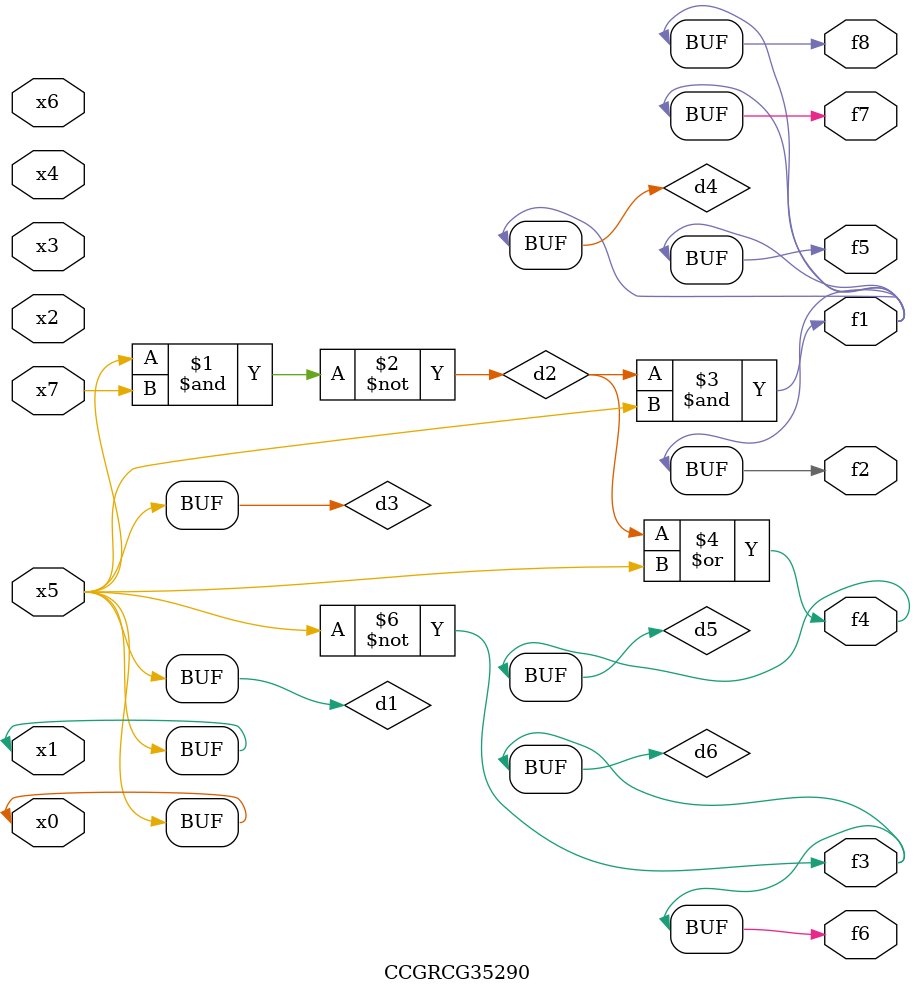
<source format=v>
module CCGRCG35290(
	input x0, x1, x2, x3, x4, x5, x6, x7,
	output f1, f2, f3, f4, f5, f6, f7, f8
);

	wire d1, d2, d3, d4, d5, d6;

	buf (d1, x0, x5);
	nand (d2, x5, x7);
	buf (d3, x0, x1);
	and (d4, d2, d3);
	or (d5, d2, d3);
	nor (d6, d1, d3);
	assign f1 = d4;
	assign f2 = d4;
	assign f3 = d6;
	assign f4 = d5;
	assign f5 = d4;
	assign f6 = d6;
	assign f7 = d4;
	assign f8 = d4;
endmodule

</source>
